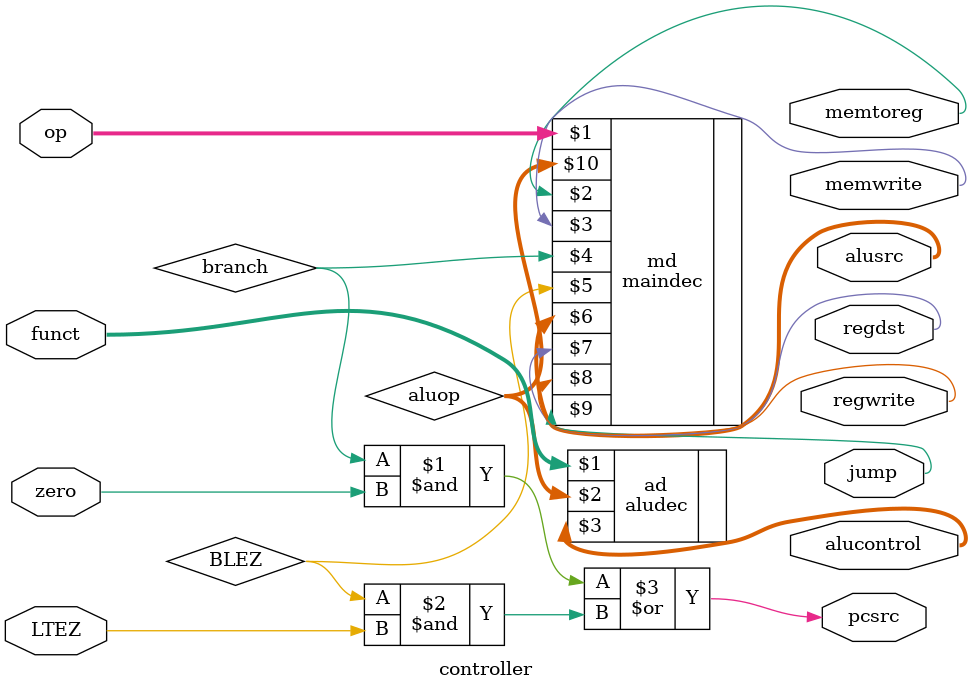
<source format=sv>
module controller(input  logic [5:0] op, funct,
                  input  logic       zero, LTEZ,			// BLEZ
                  output logic       memtoreg, memwrite,
                  output logic       pcsrc, 
						output logic [1:0] alusrc,
                  output logic       regdst, regwrite,
                  output logic       jump,
                  output logic [3:0] alucontrol);
						
  logic [1:0] aluop;
  logic       branch;
  logic		BLEZ;														// BLEZ
  
  maindec md(op, memtoreg, memwrite, branch, BLEZ,			//BLEZ 
             alusrc, regdst, regwrite, jump, aluop);
				 
  aludec ad(funct, aluop, alucontrol);
  
  assign pcsrc = (branch & zero) | (BLEZ & LTEZ);			//BLEZ
  
endmodule

</source>
